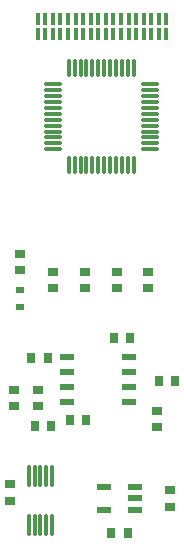
<source format=gtp>
G04 Layer_Color=8421504*
%FSLAX43Y43*%
%MOMM*%
G71*
G01*
G75*
%ADD10R,0.900X0.800*%
%ADD11R,0.800X0.600*%
%ADD12R,0.800X0.900*%
G04:AMPARAMS|DCode=13|XSize=0.55mm|YSize=1.25mm|CornerRadius=0.05mm|HoleSize=0mm|Usage=FLASHONLY|Rotation=90.000|XOffset=0mm|YOffset=0mm|HoleType=Round|Shape=RoundedRectangle|*
%AMROUNDEDRECTD13*
21,1,0.550,1.151,0,0,90.0*
21,1,0.451,1.250,0,0,90.0*
1,1,0.099,0.576,0.226*
1,1,0.099,0.576,-0.226*
1,1,0.099,-0.576,-0.226*
1,1,0.099,-0.576,0.226*
%
%ADD13ROUNDEDRECTD13*%
%ADD14O,0.300X2.000*%
%ADD15R,1.220X0.620*%
%ADD16R,0.380X1.020*%
%ADD17O,1.650X0.300*%
%ADD18O,0.300X1.650*%
D10*
X14870Y26770D02*
D03*
Y28170D02*
D03*
X12270Y28170D02*
D03*
Y26770D02*
D03*
X9570Y28170D02*
D03*
Y26770D02*
D03*
X6870Y28170D02*
D03*
Y26770D02*
D03*
X4100Y29700D02*
D03*
Y28300D02*
D03*
X5600Y16800D02*
D03*
Y18200D02*
D03*
X3600Y18200D02*
D03*
Y16800D02*
D03*
X15700Y16400D02*
D03*
Y15000D02*
D03*
X3200Y8800D02*
D03*
Y10200D02*
D03*
X16800Y9700D02*
D03*
Y8300D02*
D03*
D11*
X4100Y25175D02*
D03*
Y26625D02*
D03*
D12*
X13400Y22600D02*
D03*
X12000D02*
D03*
X5000Y20900D02*
D03*
X6400D02*
D03*
X8300Y15600D02*
D03*
X9700D02*
D03*
X5300Y15100D02*
D03*
X6700D02*
D03*
X17200Y18900D02*
D03*
X15800D02*
D03*
X13200Y6100D02*
D03*
X11800D02*
D03*
D13*
X8075Y21005D02*
D03*
Y19735D02*
D03*
Y18465D02*
D03*
Y17195D02*
D03*
X13325Y21005D02*
D03*
Y19735D02*
D03*
Y18465D02*
D03*
Y17195D02*
D03*
D14*
X6800Y10900D02*
D03*
X6300D02*
D03*
X5800D02*
D03*
X5300D02*
D03*
X4800D02*
D03*
X6800Y6700D02*
D03*
X6300D02*
D03*
X5800D02*
D03*
X5300D02*
D03*
X4800D02*
D03*
D15*
X13810Y8050D02*
D03*
Y9000D02*
D03*
Y9950D02*
D03*
X11190D02*
D03*
Y8050D02*
D03*
D16*
X16460Y49600D02*
D03*
X15820D02*
D03*
X15180D02*
D03*
X14540D02*
D03*
X13900D02*
D03*
X13260D02*
D03*
X12620D02*
D03*
X11980D02*
D03*
X11340D02*
D03*
X10700D02*
D03*
X10060D02*
D03*
X9420D02*
D03*
X8780D02*
D03*
X8140D02*
D03*
X7500D02*
D03*
X6860D02*
D03*
X6220D02*
D03*
X5580D02*
D03*
X16460Y48320D02*
D03*
X15820D02*
D03*
X15180D02*
D03*
X14540D02*
D03*
X13900D02*
D03*
X13260D02*
D03*
X12620D02*
D03*
X11980D02*
D03*
X11340D02*
D03*
X10700D02*
D03*
X10060D02*
D03*
X9420D02*
D03*
X8780D02*
D03*
X8140D02*
D03*
X7500D02*
D03*
X6860D02*
D03*
X6220D02*
D03*
X5580D02*
D03*
D17*
X15050Y44050D02*
D03*
Y43550D02*
D03*
Y43050D02*
D03*
Y42550D02*
D03*
Y42050D02*
D03*
Y41550D02*
D03*
Y41050D02*
D03*
Y40550D02*
D03*
Y40050D02*
D03*
Y39550D02*
D03*
Y39050D02*
D03*
Y38550D02*
D03*
X6850D02*
D03*
Y39050D02*
D03*
Y39550D02*
D03*
Y40050D02*
D03*
Y40550D02*
D03*
Y41050D02*
D03*
Y41550D02*
D03*
Y42050D02*
D03*
Y42550D02*
D03*
Y43050D02*
D03*
Y43550D02*
D03*
Y44050D02*
D03*
D18*
X13700Y37200D02*
D03*
X13200D02*
D03*
X12700D02*
D03*
X12200D02*
D03*
X11700D02*
D03*
X11200D02*
D03*
X10700D02*
D03*
X10200D02*
D03*
X9700D02*
D03*
X9200D02*
D03*
X8700D02*
D03*
X8200D02*
D03*
Y45400D02*
D03*
X8700D02*
D03*
X9200D02*
D03*
X9700D02*
D03*
X10200D02*
D03*
X10700D02*
D03*
X11200D02*
D03*
X11700D02*
D03*
X12200D02*
D03*
X12700D02*
D03*
X13200D02*
D03*
X13700D02*
D03*
M02*

</source>
